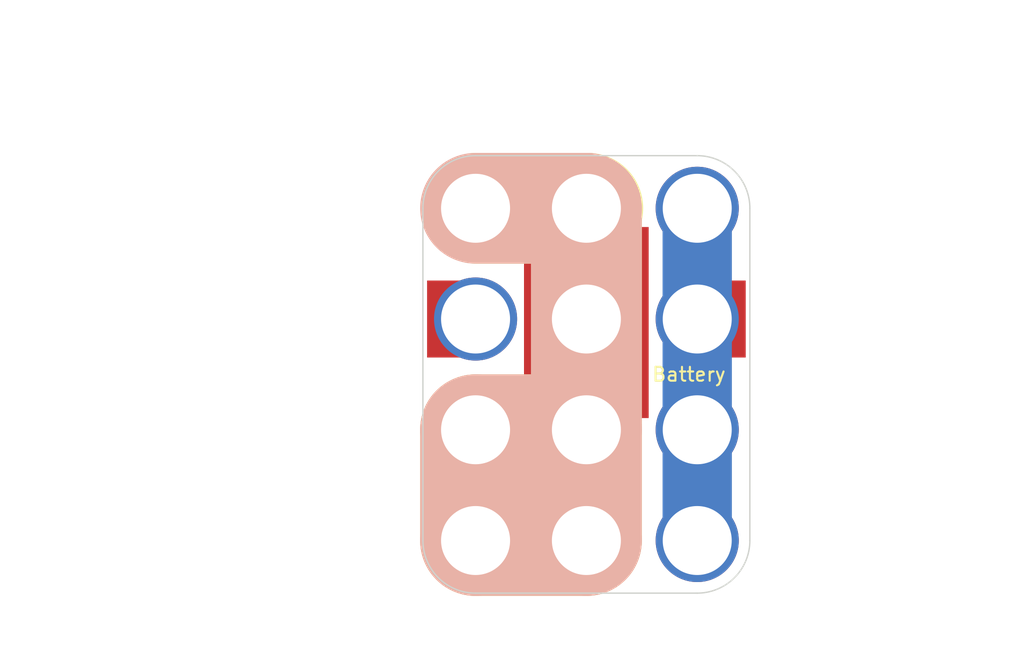
<source format=kicad_pcb>
(kicad_pcb (version 4) (host pcbnew 4.0.4+e1-6308~48~ubuntu16.04.1-stable)

  (general
    (links 13)
    (no_connects 10)
    (area 104.572999 74.854999 178.510001 123.265001)
    (thickness 1.6)
    (drawings 17)
    (tracks 0)
    (zones 0)
    (modules 1)
    (nets 3)
  )

  (page USLetter)
  (title_block
    (title Title)
    (date 2016-12-06)
    (rev v1.0)
    (company "All Rights Reserved")
    (comment 1 help@browndoggadgets.com)
    (comment 2 http://www.browndoggadgets.com/)
    (comment 3 "Company: Brown Dog Gadgets")
  )

  (layers
    (0 F.Cu signal)
    (31 B.Cu signal)
    (34 B.Paste user)
    (35 F.Paste user)
    (36 B.SilkS user)
    (37 F.SilkS user)
    (38 B.Mask user)
    (39 F.Mask user)
    (44 Edge.Cuts user)
    (46 B.CrtYd user)
    (47 F.CrtYd user)
    (48 B.Fab user)
    (49 F.Fab user)
  )

  (setup
    (last_trace_width 0.254)
    (user_trace_width 0.1524)
    (user_trace_width 0.254)
    (user_trace_width 0.3302)
    (user_trace_width 0.508)
    (user_trace_width 0.762)
    (user_trace_width 1.27)
    (trace_clearance 0.254)
    (zone_clearance 0.508)
    (zone_45_only no)
    (trace_min 0.1524)
    (segment_width 0.1524)
    (edge_width 0.1524)
    (via_size 0.6858)
    (via_drill 0.3302)
    (via_min_size 0.6858)
    (via_min_drill 0.3302)
    (user_via 0.6858 0.3302)
    (user_via 0.762 0.4064)
    (user_via 0.8636 0.508)
    (uvia_size 0.6858)
    (uvia_drill 0.3302)
    (uvias_allowed no)
    (uvia_min_size 0)
    (uvia_min_drill 0)
    (pcb_text_width 0.1524)
    (pcb_text_size 1.016 1.016)
    (mod_edge_width 0.1524)
    (mod_text_size 1.016 1.016)
    (mod_text_width 0.1524)
    (pad_size 1.524 1.524)
    (pad_drill 0.762)
    (pad_to_mask_clearance 0.0762)
    (solder_mask_min_width 0.1016)
    (pad_to_paste_clearance -0.0762)
    (aux_axis_origin 0 0)
    (visible_elements FFFEDF7D)
    (pcbplotparams
      (layerselection 0x310fc_80000001)
      (usegerberextensions true)
      (excludeedgelayer true)
      (linewidth 0.100000)
      (plotframeref false)
      (viasonmask false)
      (mode 1)
      (useauxorigin false)
      (hpglpennumber 1)
      (hpglpenspeed 20)
      (hpglpendiameter 15)
      (hpglpenoverlay 2)
      (psnegative false)
      (psa4output false)
      (plotreference true)
      (plotvalue true)
      (plotinvisibletext false)
      (padsonsilk false)
      (subtractmaskfromsilk false)
      (outputformat 1)
      (mirror false)
      (drillshape 0)
      (scaleselection 1)
      (outputdirectory gerbers))
  )

  (net 0 "")
  (net 1 GND)
  (net 2 VCC)

  (net_class Default "This is the default net class."
    (clearance 0.254)
    (trace_width 0.254)
    (via_dia 0.6858)
    (via_drill 0.3302)
    (uvia_dia 0.6858)
    (uvia_drill 0.3302)
    (add_net GND)
    (add_net VCC)
  )

  (module Wickerlib:CR2032-4x3-NO-ROTATE (layer F.Cu) (tedit 585035B2) (tstamp 5850866F)
    (at 138.9 105.9)
    (path /5852EDA5)
    (fp_text reference BT1 (at 4 -8 90) (layer F.Fab) hide
      (effects (font (size 1 1) (thickness 0.15)))
    )
    (fp_text value Battery (at 15.4 -4) (layer F.SilkS)
      (effects (font (size 1 1) (thickness 0.15)))
    )
    (fp_text user %R (at 8 -4.1) (layer F.Fab)
      (effects (font (size 1 1) (thickness 0.15)))
    )
    (fp_line (start -3.8 -16) (end -3.8 8) (layer Edge.Cuts) (width 0.1))
    (fp_line (start 19.8 -16) (end 19.8 8) (layer Edge.Cuts) (width 0.1))
    (fp_line (start 0 -19.8) (end 16 -19.8) (layer Edge.Cuts) (width 0.1))
    (fp_arc (start 0 -16) (end -3.8 -16) (angle 90) (layer Edge.Cuts) (width 0.1))
    (fp_arc (start 16 -16) (end 16 -19.8) (angle 90) (layer Edge.Cuts) (width 0.1))
    (fp_arc (start 16 8) (end 19.8 8) (angle 90) (layer Edge.Cuts) (width 0.1))
    (fp_arc (start 0 8) (end 0 11.8) (angle 90) (layer Edge.Cuts) (width 0.1))
    (fp_line (start 0 11.8) (end 16 11.8) (layer Edge.Cuts) (width 0.1))
    (fp_line (start -3.8 -16) (end -3.8 8) (layer F.Fab) (width 0.05))
    (fp_line (start 19.8 -16) (end 19.8 8) (layer F.Fab) (width 0.05))
    (fp_line (start 0 -19.8) (end 16 -19.8) (layer F.Fab) (width 0.05))
    (fp_arc (start 0 -16) (end -3.8 -16) (angle 90) (layer F.Fab) (width 0.05))
    (fp_arc (start 16 -16) (end 16 -19.8) (angle 90) (layer F.Fab) (width 0.05))
    (fp_arc (start 16 8) (end 19.8 8) (angle 90) (layer F.Fab) (width 0.05))
    (fp_arc (start 0 8) (end 0 11.8) (angle 90) (layer F.Fab) (width 0.05))
    (fp_line (start 0 11.8) (end 16 11.8) (layer F.Fab) (width 0.05))
    (fp_line (start 0 0) (end 8 0) (layer B.SilkS) (width 8))
    (fp_line (start 8 8) (end 8 -16) (layer F.SilkS) (width 8))
    (fp_line (start 8 -16) (end 0 -16) (layer B.Mask) (width 5))
    (fp_line (start 8 8) (end 8 -16) (layer B.Mask) (width 5))
    (fp_line (start 0 0) (end 8 0) (layer B.Mask) (width 5))
    (fp_line (start 8 -16) (end 8 8) (layer B.Cu) (width 5))
    (fp_line (start 0 -16) (end 8 -16) (layer B.Cu) (width 5))
    (fp_line (start 0 0) (end 8 0) (layer B.Cu) (width 5))
    (fp_line (start 16 8) (end 16 -16) (layer B.Cu) (width 5))
    (fp_line (start 16 -16) (end 16 8) (layer B.Mask) (width 5))
    (fp_line (start 0 -16) (end 8 -16) (layer B.SilkS) (width 8))
    (fp_line (start 0 0) (end 0 8) (layer F.SilkS) (width 8))
    (fp_line (start 0.1 -16) (end 8.1 -16) (layer F.SilkS) (width 8))
    (fp_line (start 0 8) (end 8 8) (layer F.SilkS) (width 8))
    (fp_line (start 0 8) (end 8 8) (layer B.Cu) (width 5))
    (fp_line (start 0 8) (end 8 8) (layer B.Mask) (width 5))
    (fp_line (start 0 8) (end 8 8) (layer B.SilkS) (width 8))
    (fp_line (start 0 0) (end 8 0) (layer F.SilkS) (width 8))
    (fp_line (start 0 8) (end 0 0) (layer B.SilkS) (width 8))
    (fp_line (start 8 8) (end 8 -16) (layer B.SilkS) (width 8))
    (fp_line (start 0 8) (end 8 8) (layer B.Cu) (width 5))
    (fp_line (start 0 8) (end 0 0) (layer B.Cu) (width 5))
    (fp_line (start 0 8) (end 0 0) (layer B.Mask) (width 5))
    (pad GND thru_hole circle (at 8 -8) (size 6 6) (drill 4.98) (layers *.Cu *.Mask)
      (net 1 GND))
    (pad + thru_hole circle (at 0 -8) (size 6 6) (drill 4.98) (layers *.Cu)
      (net 2 VCC))
    (pad + thru_hole circle (at 16 -8) (size 6 6) (drill 4.98) (layers *.Cu B.Mask)
      (net 2 VCC))
    (pad + smd rect (at 18.2 -8) (size 2.6 5.56) (layers F.Cu F.Paste F.Mask)
      (net 2 VCC))
    (pad GND smd rect (at 7.996 -7.746) (size 9 13.8) (layers F.Cu F.Paste F.Mask)
      (net 1 GND))
    (pad + smd rect (at -2.2 -8) (size 2.6 5.56) (layers F.Cu F.Paste F.Mask)
      (net 2 VCC))
    (pad GND thru_hole circle (at 0 -16) (size 6 6) (drill 4.98) (layers *.Cu *.Mask)
      (net 1 GND))
    (pad GND thru_hole circle (at 8 -16) (size 6 6) (drill 4.98) (layers *.Cu *.Mask)
      (net 1 GND))
    (pad + thru_hole circle (at 16 -16) (size 6 6) (drill 4.98) (layers *.Cu B.Mask)
      (net 2 VCC))
    (pad GND thru_hole circle (at 0 0) (size 6 6) (drill 4.98) (layers *.Cu *.Mask)
      (net 1 GND))
    (pad GND thru_hole circle (at 8 0) (size 6 6) (drill 4.98) (layers *.Cu *.Mask)
      (net 1 GND))
    (pad + thru_hole circle (at 16 0) (size 6 6) (drill 4.98) (layers *.Cu B.Mask)
      (net 2 VCC))
    (pad GND thru_hole circle (at 0 8) (size 6 6) (drill 4.98) (layers *.Cu *.Mask)
      (net 1 GND))
    (pad GND thru_hole circle (at 8 8) (size 6 6) (drill 4.98) (layers *.Cu *.Mask)
      (net 1 GND))
    (pad + thru_hole circle (at 16 8) (size 6 6) (drill 4.98) (layers *.Cu B.Mask)
      (net 2 VCC))
  )

  (gr_circle (center 117.348 76.962) (end 118.618 76.962) (layer Dwgs.User) (width 0.15))
  (gr_line (start 114.427 78.994) (end 114.427 74.93) (angle 90) (layer Dwgs.User) (width 0.15))
  (gr_line (start 120.269 78.994) (end 114.427 78.994) (angle 90) (layer Dwgs.User) (width 0.15))
  (gr_line (start 120.269 74.93) (end 120.269 78.994) (angle 90) (layer Dwgs.User) (width 0.15))
  (gr_line (start 114.427 74.93) (end 120.269 74.93) (angle 90) (layer Dwgs.User) (width 0.15))
  (gr_line (start 120.523 93.98) (end 104.648 93.98) (angle 90) (layer Dwgs.User) (width 0.15))
  (gr_line (start 173.355 102.235) (end 173.355 94.615) (angle 90) (layer Dwgs.User) (width 0.15))
  (gr_line (start 178.435 102.235) (end 173.355 102.235) (angle 90) (layer Dwgs.User) (width 0.15))
  (gr_line (start 178.435 94.615) (end 178.435 102.235) (angle 90) (layer Dwgs.User) (width 0.15))
  (gr_line (start 173.355 94.615) (end 178.435 94.615) (angle 90) (layer Dwgs.User) (width 0.15))
  (gr_line (start 109.093 123.19) (end 109.093 114.3) (angle 90) (layer Dwgs.User) (width 0.15))
  (gr_line (start 122.428 123.19) (end 109.093 123.19) (angle 90) (layer Dwgs.User) (width 0.15))
  (gr_line (start 122.428 114.3) (end 122.428 123.19) (angle 90) (layer Dwgs.User) (width 0.15))
  (gr_line (start 109.093 114.3) (end 122.428 114.3) (angle 90) (layer Dwgs.User) (width 0.15))
  (gr_line (start 104.648 93.98) (end 104.648 82.55) (angle 90) (layer Dwgs.User) (width 0.15))
  (gr_line (start 120.523 82.55) (end 120.523 93.98) (angle 90) (layer Dwgs.User) (width 0.15))
  (gr_line (start 104.648 82.55) (end 120.523 82.55) (angle 90) (layer Dwgs.User) (width 0.15))

)

</source>
